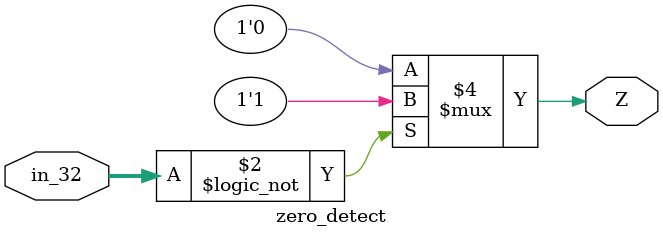
<source format=v>
`timescale 1ns / 1ps

module Function_Unit
#(parameter WIDTH = 32)
(
    input [WIDTH-1:0] A,
    input [WIDTH-1:0] B,
    input [5:0] FS,
    output [WIDTH-1:0] F,
    output V,
    output C,
    output N,
    output Z,
    output Less_U   
    );
   
   wire Cout;
   wire [WIDTH-1:0] Less, LessU;
   wire [WIDTH-1:0] G,H;
   
   ALU arithmetic_logic_unit( A,B,FS[3:1],FS[0],G,Cout,V); 
   Shifter shifter(A,B[4:0],FS[1:0],H); 
   
   assign Less = {31'b0000000000000000000000000000000, ( G[31] ^ V)};
   
   SLTU SLTU1(.a(A[31]), .b(B[31]), .C(G[31]), .SLU(LessU));
 
   MUX4x1 mux(.i0(G),.i1(H),.i2(Less),.i3(LessU),.S(FS[5:4]),.G(F));
   zero_detect zerodetect(.in_32(F),.Z(Z));
   assign C = Cout; 
   assign N = G[31]; 
   assign Less_U = LessU;
//   assign BEQ = F ? 0:1; 
//   assign BNE = F ? 1:0; 
//   assign BLT = Less[0];// F[31]
//   assign BGE = ~Less[0];
//   assign BLTU = LessU[0];
//   assign BGEU = ~LessU[0];//U?
   
endmodule


module zero_detect(
input [31:0] in_32,
output reg Z
);

always @(*)
begin
if(in_32 == 32'd0) Z <= 1'b1;
else Z <= 1'b0;
end
endmodule


</source>
